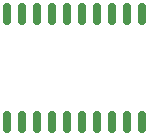
<source format=gtp>
G04 #@! TF.GenerationSoftware,KiCad,Pcbnew,8.0.1*
G04 #@! TF.CreationDate,2024-05-12T13:49:03-04:00*
G04 #@! TF.ProjectId,recyclobot,72656379-636c-46f6-926f-742e6b696361,rev?*
G04 #@! TF.SameCoordinates,Original*
G04 #@! TF.FileFunction,Paste,Top*
G04 #@! TF.FilePolarity,Positive*
%FSLAX46Y46*%
G04 Gerber Fmt 4.6, Leading zero omitted, Abs format (unit mm)*
G04 Created by KiCad (PCBNEW 8.0.1) date 2024-05-12 13:49:03*
%MOMM*%
%LPD*%
G01*
G04 APERTURE LIST*
G04 Aperture macros list*
%AMRoundRect*
0 Rectangle with rounded corners*
0 $1 Rounding radius*
0 $2 $3 $4 $5 $6 $7 $8 $9 X,Y pos of 4 corners*
0 Add a 4 corners polygon primitive as box body*
4,1,4,$2,$3,$4,$5,$6,$7,$8,$9,$2,$3,0*
0 Add four circle primitives for the rounded corners*
1,1,$1+$1,$2,$3*
1,1,$1+$1,$4,$5*
1,1,$1+$1,$6,$7*
1,1,$1+$1,$8,$9*
0 Add four rect primitives between the rounded corners*
20,1,$1+$1,$2,$3,$4,$5,0*
20,1,$1+$1,$4,$5,$6,$7,0*
20,1,$1+$1,$6,$7,$8,$9,0*
20,1,$1+$1,$8,$9,$2,$3,0*%
G04 Aperture macros list end*
%ADD10RoundRect,0.150000X-0.150000X0.800000X-0.150000X-0.800000X0.150000X-0.800000X0.150000X0.800000X0*%
G04 APERTURE END LIST*
D10*
X161715000Y-79900000D03*
X160445000Y-79900000D03*
X159175000Y-79900000D03*
X157905000Y-79900000D03*
X156635000Y-79900000D03*
X155365000Y-79900000D03*
X154095000Y-79900000D03*
X152825000Y-79900000D03*
X151555000Y-79900000D03*
X150285000Y-79900000D03*
X150285000Y-89100000D03*
X151555000Y-89100000D03*
X152825000Y-89100000D03*
X154095000Y-89100000D03*
X155365000Y-89100000D03*
X156635000Y-89100000D03*
X157905000Y-89100000D03*
X159175000Y-89100000D03*
X160445000Y-89100000D03*
X161715000Y-89100000D03*
M02*

</source>
